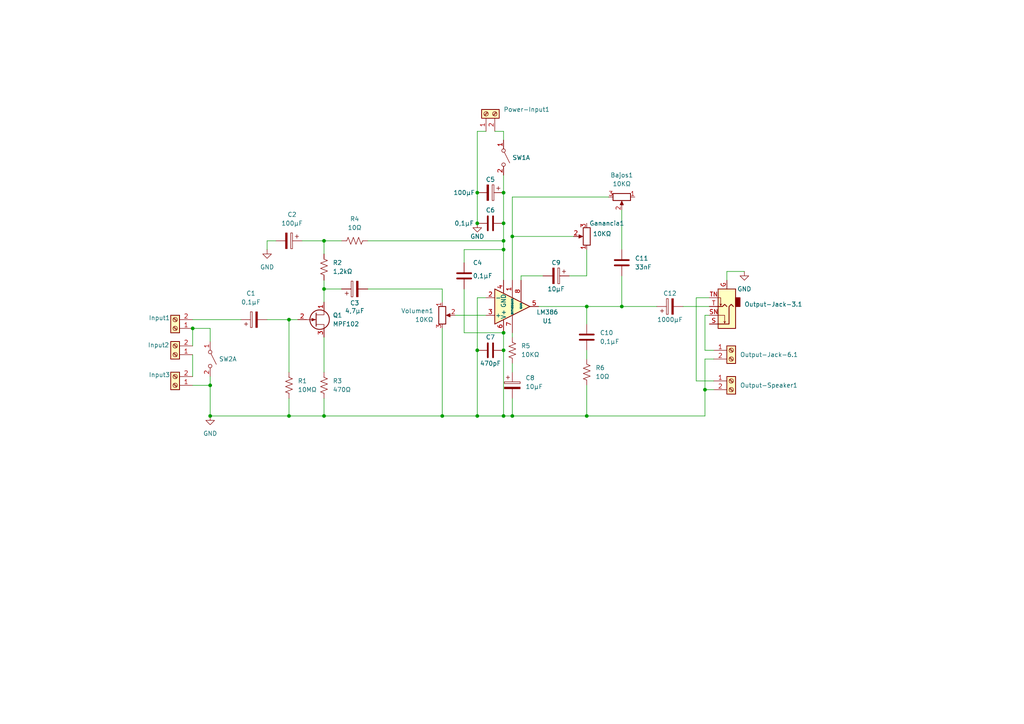
<source format=kicad_sch>
(kicad_sch (version 20231120) (generator "eeschema") (generator_version "8.0")
  (paper "A4")
  (lib_symbols
    (symbol "Amplifier_Audio:LM386" (pin_names (offset 0.127))
      (property "Reference" "U" (at 1.27 7.62 0))
      (property "Value" "LM386" (at 1.27 5.08 0))
      (symbol "LM386_0_1"
        (polyline (pts (xy 5.08 0) (xy -5.08 5.08) (xy -5.08 -5.08) (xy 5.08 0)) (stroke (width 0.254)) (fill (type background)))
      )
      (symbol "LM386_1_1"
        (pin input line (at 0 -7.62 90) (length 5.08) (name "GAIN") (number "1"))
        (pin input line (at -7.62 -2.54 0) (length 2.54) (name "-") (number "2"))
        (pin input line (at -7.62 2.54 0) (length 2.54) (name "+") (number "3"))
        (pin power_in line (at -2.54 -7.62 90) (length 3.81) (name "GND") (number "4"))
        (pin output line (at 7.62 0 180) (length 2.54) (name "~") (number "5"))
        (pin power_in line (at -2.54 7.62 270) (length 3.81) (name "V+") (number "6"))
        (pin input line (at 0 7.62 270) (length 5.08) (name "BYPASS") (number "7"))
        (pin input line (at 2.54 -7.62 90) (length 6.35) (name "GAIN") (number "8"))
      )
    )
    (symbol "Connector:Screw_Terminal_01x02" (pin_names (offset 1.016) hide)
      (property "Reference" "J" (at 0 2.54 0))
      (property "Value" "Screw_Terminal_01x02" (at 0 -5.08 0))
      (symbol "Screw_Terminal_01x02_1_1"
        (rectangle (start -1.27 1.27) (end 1.27 -3.81) (stroke (width 0.254)) (fill (type background)))
        (circle (center 0 -2.54) (radius 0.635) (stroke (width 0.1524)))
        (polyline (pts (xy -0.5334 -2.2098) (xy 0.3302 -3.048)) (stroke (width 0.1524)))
        (polyline (pts (xy -0.5334 0.3302) (xy 0.3302 -0.508)) (stroke (width 0.1524)))
        (polyline (pts (xy -0.3556 -2.032) (xy 0.508 -2.8702)) (stroke (width 0.1524)))
        (polyline (pts (xy -0.3556 0.508) (xy 0.508 -0.3302)) (stroke (width 0.1524)))
        (circle (center 0 0) (radius 0.635) (stroke (width 0.1524)))
        (pin passive line (at -5.08 0 0) (length 3.81) (name "Pin_1") (number "1"))
        (pin passive line (at -5.08 -2.54 0) (length 3.81) (name "Pin_2") (number "2"))
      )
    )
    (symbol "Connector_Audio:AudioJack2_Ground_Switch"
      (property "Reference" "J" (at 0 11.43 0))
      (property "Value" "AudioJack2_Ground_Switch" (at 0 8.89 0))
      (symbol "AudioJack2_Ground_Switch_0_1"
        (rectangle (start -2.54 -2.54) (end -3.81 0) (stroke (width 0.254)) (fill (type outline)))
        (rectangle (start 2.54 6.35) (end -2.54 -5.08) (stroke (width 0.254)) (fill (type background)))
      )
      (symbol "AudioJack2_Ground_Switch_1_1"
        (polyline (pts (xy 0.635 4.826) (xy 0.889 4.318)))
        (polyline (pts (xy 1.778 -0.254) (xy 2.032 -0.762)))
        (polyline (pts (xy 0 0) (xy 0.635 -0.635) (xy 1.27 0) (xy 2.54 0)) (stroke (width 0.254)))
        (polyline (pts (xy 2.54 -2.54) (xy 1.778 -2.54) (xy 1.778 -0.254) (xy 1.524 -0.762)))
        (polyline (pts (xy 2.54 2.54) (xy 0.635 2.54) (xy 0.635 4.826) (xy 0.381 4.318)))
        (polyline (pts (xy 2.54 5.08) (xy -0.635 5.08) (xy -0.635 0) (xy -1.27 -0.635) (xy -1.905 0)) (stroke (width 0.254)))
        (pin passive line (at 0 -7.62 90) (length 2.54) (name "~") (number "G"))
        (pin passive line (at 5.08 5.08 180) (length 2.54) (name "~") (number "S"))
        (pin passive line (at 5.08 2.54 180) (length 2.54) (name "~") (number "SN"))
        (pin passive line (at 5.08 0 180) (length 2.54) (name "~") (number "T"))
        (pin passive line (at 5.08 -2.54 180) (length 2.54) (name "~") (number "TN"))
      )
    )
    (symbol "Device:C" (pin_numbers hide) (pin_names (offset 0.254))
      (property "Reference" "C" (at 0.635 2.54 0))
      (property "Value" "C" (at 0.635 -2.54 0))
      (symbol "C_0_1"
        (polyline (pts (xy -2.032 -0.762) (xy 2.032 -0.762)) (stroke (width 0.508)))
        (polyline (pts (xy -2.032 0.762) (xy 2.032 0.762)) (stroke (width 0.508)))
      )
      (symbol "C_1_1"
        (pin passive line (at 0 3.81 270) (length 2.794) (name "~") (number "1"))
        (pin passive line (at 0 -3.81 90) (length 2.794) (name "~") (number "2"))
      )
    )
    (symbol "Device:C_Polarized" (pin_numbers hide) (pin_names (offset 0.254))
      (property "Reference" "C" (at 0.635 2.54 0))
      (property "Value" "C_Polarized" (at 0.635 -2.54 0))
      (symbol "C_Polarized_0_1"
        (rectangle (start -2.286 0.508) (end 2.286 1.016))
        (polyline (pts (xy -1.778 2.286) (xy -0.762 2.286)))
        (polyline (pts (xy -1.27 2.794) (xy -1.27 1.778)))
        (rectangle (start 2.286 -0.508) (end -2.286 -1.016) (fill (type outline)))
      )
      (symbol "C_Polarized_1_1"
        (pin passive line (at 0 3.81 270) (length 2.794) (name "~") (number "1"))
        (pin passive line (at 0 -3.81 90) (length 2.794) (name "~") (number "2"))
      )
    )
    (symbol "Device:R_Potentiometer" (pin_names (offset 1.016) hide)
      (property "Reference" "RV" (at -4.445 0 90))
      (property "Value" "R_Potentiometer" (at -2.54 0 90))
      (symbol "R_Potentiometer_0_1"
        (polyline (pts (xy 2.54 0) (xy 1.524 0)))
        (polyline (pts (xy 1.143 0) (xy 2.286 0.508) (xy 2.286 -0.508) (xy 1.143 0)) (fill (type outline)))
        (rectangle (start 1.016 2.54) (end -1.016 -2.54) (stroke (width 0.254)))
      )
      (symbol "R_Potentiometer_1_1"
        (pin passive line (at 0 3.81 270) (length 1.27) (name "1") (number "1"))
        (pin passive line (at 3.81 0 180) (length 1.27) (name "2") (number "2"))
        (pin passive line (at 0 -3.81 90) (length 1.27) (name "3") (number "3"))
      )
    )
    (symbol "Device:R_US" (pin_numbers hide) (pin_names (offset 0))
      (property "Reference" "R" (at 2.54 0 90))
      (property "Value" "R_US" (at -2.54 0 90))
      (symbol "R_US_0_1"
        (polyline (pts (xy 0 -2.286) (xy 0 -2.54)))
        (polyline (pts (xy 0 2.286) (xy 0 2.54)))
        (polyline (pts (xy 0 -0.762) (xy 1.016 -1.143) (xy 0 -1.524) (xy -1.016 -1.905) (xy 0 -2.286)))
        (polyline (pts (xy 0 0.762) (xy 1.016 0.381) (xy 0 0) (xy -1.016 -0.381) (xy 0 -0.762)))
        (polyline (pts (xy 0 2.286) (xy 1.016 1.905) (xy 0 1.524) (xy -1.016 1.143) (xy 0 0.762)))
      )
      (symbol "R_US_1_1"
        (pin passive line (at 0 3.81 270) (length 1.27) (name "~") (number "1"))
        (pin passive line (at 0 -3.81 90) (length 1.27) (name "~") (number "2"))
      )
    )
    (symbol "GND_1" (power) (pin_numbers hide) (pin_names (offset 0) hide)
      (property "Value" "GND" (at 0 -3.81 0))
      (symbol "GND_1_0_1"
        (polyline (pts (xy 0 0) (xy 0 -1.27) (xy 1.27 -1.27) (xy 0 -2.54) (xy -1.27 -1.27) (xy 0 -1.27)))
      )
      (symbol "GND_1_1_1"
        (pin power_in line (at 0 0 270) (length 0) (name "~") (number "1"))
      )
    )
    (symbol "Switch:SW_DPST_x2" (pin_names (offset 0) hide)
      (property "Reference" "SW" (at 0 3.175 0))
      (property "Value" "SW_DPST_x2" (at 0 -2.54 0))
      (symbol "SW_DPST_x2_0_0"
        (circle (center -2.032 0) (radius 0.508))
        (polyline (pts (xy -1.524 0.254) (xy 1.524 1.778)))
        (circle (center 2.032 0) (radius 0.508))
      )
      (symbol "SW_DPST_x2_1_1"
        (pin passive line (at -5.08 0 0) (length 2.54) (name "A") (number "1"))
        (pin passive line (at 5.08 0 180) (length 2.54) (name "B") (number "2"))
      )
      (symbol "SW_DPST_x2_2_1"
        (pin passive line (at -5.08 0 0) (length 2.54) (name "A") (number "3"))
        (pin passive line (at 5.08 0 180) (length 2.54) (name "B") (number "4"))
      )
    )
    (symbol "Transistor_FET:2N3819" (pin_names hide)
      (property "Reference" "Q" (at 5.08 1.905 0))
      (property "Value" "2N3819" (at 5.08 0 0))
      (symbol "2N3819_0_1"
        (polyline (pts (xy 0.254 0) (xy -2.54 0)))
        (polyline (pts (xy 0.254 1.905) (xy 0.254 -1.905)) (stroke (width 0.254)))
        (polyline (pts (xy 2.54 -2.54) (xy 2.54 -1.397) (xy 0.254 -1.397)))
        (polyline (pts (xy 2.54 2.54) (xy 2.54 1.397) (xy 0.254 1.397)))
        (polyline (pts (xy 0 0) (xy -1.016 0.381) (xy -1.016 -0.381) (xy 0 0)) (fill (type outline)))
        (circle (center 1.27 0) (radius 2.8194) (stroke (width 0.254)))
      )
      (symbol "2N3819_1_1"
        (pin passive line (at 2.54 5.08 270) (length 2.54) (name "D") (number "1"))
        (pin input line (at -5.08 0 0) (length 2.54) (name "G") (number "2"))
        (pin passive line (at 2.54 -5.08 90) (length 2.54) (name "S") (number "3"))
      )
    )
    (symbol "power:GND" (power) (pin_names (offset 0))
      (property "Value" "GND" (at 0 -3.81 0))
      (symbol "GND_0_1"
        (polyline (pts (xy 0 0) (xy 0 -1.27) (xy 1.27 -1.27) (xy 0 -2.54) (xy -1.27 -1.27) (xy 0 -1.27)))
      )
      (symbol "GND_1_1"
        (pin power_in line (at 0 0 270) (length 0) hide (name "GND") (number "1"))
      )
    )
  )
  (junction (at 204.47 113.03))
  (junction (at 138.43 55.88))
  (junction (at 83.82 120.65))
  (junction (at 180.34 88.9))
  (junction (at 170.18 88.9))
  (junction (at 55.88 95.25))
  (junction (at 170.18 120.65))
  (junction (at 146.05 101.6))
  (junction (at 60.96 111.76))
  (junction (at 93.98 83.82))
  (junction (at 146.05 64.77))
  (junction (at 146.05 72.39))
  (junction (at 60.96 120.65))
  (junction (at 148.59 120.65))
  (junction (at 83.82 92.71))
  (junction (at 138.43 101.6))
  (junction (at 146.05 55.88))
  (junction (at 93.98 69.85))
  (junction (at 138.43 64.77))
  (junction (at 148.59 68.58))
  (junction (at 138.43 120.65))
  (junction (at 146.05 69.85))
  (junction (at 128.27 120.65))
  (junction (at 146.05 120.65))
  (junction (at 146.05 96.52))
  (junction (at 93.98 120.65))
  (wire (pts (xy 204.47 91.44) (xy 205.74 91.44)))
  (wire (pts (xy 204.47 113.03) (xy 207.01 113.03)))
  (wire (pts (xy 180.34 88.9) (xy 190.5 88.9)))
  (wire (pts (xy 151.13 80.01) (xy 157.48 80.01)))
  (wire (pts (xy 170.18 120.65) (xy 204.47 120.65)))
  (wire (pts (xy 83.82 120.65) (xy 93.98 120.65)))
  (wire (pts (xy 140.97 86.36) (xy 138.43 86.36)))
  (wire (pts (xy 134.62 83.82) (xy 134.62 96.52)))
  (wire (pts (xy 148.59 81.28) (xy 148.59 68.58)))
  (wire (pts (xy 106.68 83.82) (xy 128.27 83.82)))
  (wire (pts (xy 93.98 81.28) (xy 93.98 83.82)))
  (wire (pts (xy 198.12 88.9) (xy 205.74 88.9)))
  (wire (pts (xy 55.88 102.87) (xy 55.88 109.22)))
  (wire (pts (xy 148.59 120.65) (xy 146.05 120.65)))
  (wire (pts (xy 204.47 101.6) (xy 204.47 91.44)))
  (wire (pts (xy 60.96 111.76) (xy 60.96 120.65)))
  (wire (pts (xy 87.63 69.85) (xy 93.98 69.85)))
  (wire (pts (xy 170.18 80.01) (xy 165.1 80.01)))
  (wire (pts (xy 80.01 69.85) (xy 77.47 69.85)))
  (wire (pts (xy 143.51 38.1) (xy 146.05 38.1)))
  (wire (pts (xy 128.27 95.25) (xy 128.27 120.65)))
  (wire (pts (xy 55.88 92.71) (xy 69.85 92.71)))
  (wire (pts (xy 201.93 110.49) (xy 207.01 110.49)))
  (wire (pts (xy 148.59 120.65) (xy 148.59 115.57)))
  (wire (pts (xy 146.05 96.52) (xy 146.05 101.6)))
  (wire (pts (xy 93.98 83.82) (xy 99.06 83.82)))
  (wire (pts (xy 138.43 55.88) (xy 138.43 64.77)))
  (wire (pts (xy 156.21 88.9) (xy 170.18 88.9)))
  (wire (pts (xy 132.08 91.44) (xy 140.97 91.44)))
  (wire (pts (xy 134.62 72.39) (xy 134.62 76.2)))
  (wire (pts (xy 148.59 107.95) (xy 148.59 105.41)))
  (wire (pts (xy 146.05 72.39) (xy 134.62 72.39)))
  (wire (pts (xy 204.47 104.14) (xy 204.47 113.03)))
  (wire (pts (xy 170.18 72.39) (xy 170.18 80.01)))
  (wire (pts (xy 83.82 115.57) (xy 83.82 120.65)))
  (wire (pts (xy 204.47 120.65) (xy 204.47 113.03)))
  (wire (pts (xy 170.18 111.76) (xy 170.18 120.65)))
  (wire (pts (xy 138.43 38.1) (xy 138.43 55.88)))
  (wire (pts (xy 201.93 86.36) (xy 201.93 110.49)))
  (wire (pts (xy 55.88 95.25) (xy 55.88 100.33)))
  (wire (pts (xy 146.05 72.39) (xy 146.05 81.28)))
  (wire (pts (xy 210.82 78.74) (xy 215.9 78.74)))
  (wire (pts (xy 148.59 57.15) (xy 176.53 57.15)))
  (wire (pts (xy 93.98 69.85) (xy 93.98 73.66)))
  (wire (pts (xy 83.82 92.71) (xy 86.36 92.71)))
  (wire (pts (xy 170.18 88.9) (xy 180.34 88.9)))
  (wire (pts (xy 60.96 109.22) (xy 60.96 111.76)))
  (wire (pts (xy 151.13 81.28) (xy 151.13 80.01)))
  (wire (pts (xy 93.98 69.85) (xy 99.06 69.85)))
  (wire (pts (xy 93.98 115.57) (xy 93.98 120.65)))
  (wire (pts (xy 146.05 120.65) (xy 138.43 120.65)))
  (wire (pts (xy 93.98 97.79) (xy 93.98 107.95)))
  (wire (pts (xy 83.82 92.71) (xy 83.82 107.95)))
  (wire (pts (xy 170.18 104.14) (xy 170.18 101.6)))
  (wire (pts (xy 93.98 83.82) (xy 93.98 87.63)))
  (wire (pts (xy 207.01 104.14) (xy 204.47 104.14)))
  (wire (pts (xy 210.82 81.28) (xy 210.82 78.74)))
  (wire (pts (xy 170.18 88.9) (xy 170.18 93.98)))
  (wire (pts (xy 180.34 80.01) (xy 180.34 88.9)))
  (wire (pts (xy 55.88 95.25) (xy 60.96 95.25)))
  (wire (pts (xy 106.68 69.85) (xy 146.05 69.85)))
  (wire (pts (xy 140.97 38.1) (xy 138.43 38.1)))
  (wire (pts (xy 146.05 69.85) (xy 146.05 72.39)))
  (wire (pts (xy 146.05 50.8) (xy 146.05 55.88)))
  (wire (pts (xy 138.43 101.6) (xy 138.43 120.65)))
  (wire (pts (xy 128.27 120.65) (xy 138.43 120.65)))
  (wire (pts (xy 128.27 83.82) (xy 128.27 87.63)))
  (wire (pts (xy 93.98 120.65) (xy 128.27 120.65)))
  (wire (pts (xy 77.47 92.71) (xy 83.82 92.71)))
  (wire (pts (xy 60.96 95.25) (xy 60.96 99.06)))
  (wire (pts (xy 170.18 120.65) (xy 148.59 120.65)))
  (wire (pts (xy 146.05 64.77) (xy 146.05 69.85)))
  (wire (pts (xy 60.96 111.76) (xy 55.88 111.76)))
  (wire (pts (xy 148.59 68.58) (xy 166.37 68.58)))
  (wire (pts (xy 148.59 68.58) (xy 148.59 57.15)))
  (wire (pts (xy 77.47 69.85) (xy 77.47 72.39)))
  (wire (pts (xy 205.74 86.36) (xy 201.93 86.36)))
  (wire (pts (xy 180.34 60.96) (xy 180.34 72.39)))
  (wire (pts (xy 60.96 120.65) (xy 83.82 120.65)))
  (wire (pts (xy 138.43 86.36) (xy 138.43 101.6)))
  (wire (pts (xy 148.59 97.79) (xy 148.59 96.52)))
  (wire (pts (xy 146.05 55.88) (xy 146.05 64.77)))
  (wire (pts (xy 146.05 38.1) (xy 146.05 40.64)))
  (wire (pts (xy 146.05 101.6) (xy 146.05 120.65)))
  (wire (pts (xy 207.01 101.6) (xy 204.47 101.6)))
  (wire (pts (xy 134.62 96.52) (xy 146.05 96.52)))
  (symbol (lib_id "Device:R_US") (at 93.98 77.47 0) (unit 1)
    (property "Reference" "R2" (at 96.52 76.1999 0) (effects (justify left)))
    (property "Value" "1,2kΩ" (at 96.52 78.7399 0) (effects (justify left)))
    (property "Footprint" "Resistor_SMD:R_0201_0603Metric" (effects (hide yes)))
    (property "Description" "Resistor, US symbol" (effects (hide yes)))
  )
  (symbol (lib_id "Connector:Screw_Terminal_01x02") (at 50.8 102.87 180) (unit 1)
    (property "Reference" "Input2" (at 45.974 100.076 0))
    (property "Value" "Screw_Terminal_01x02" (effects (hide yes)))
    (property "Footprint" "Connector_Molex:Molex_KK-254_AE-6410-02A_1x02_P2.54mm_Vertical" (effects (hide yes)))
  )
  (symbol (lib_id "Device:C_Polarized") (at 194.31 88.9 90) (unit 1)
    (property "Reference" "C12" (at 194.31 85.09 90))
    (property "Value" "1000µF" (at 194.31 92.71 90))
    (property "Footprint" "Capacitor_SMD:CP_Elec_3x5.3" (effects (hide yes)))
  )
  (symbol (lib_id "power:GND") (at 60.96 120.65 0) (unit 1)
    (property "Reference" "#PWR01" (effects (hide yes)))
    (property "Value" "GND" (at 60.96 125.73 0))
  )
  (symbol (lib_id "Device:R_Potentiometer") (at 170.18 68.58 180) (unit 1)
    (property "Reference" "Ganancia1" (at 170.942 64.77 0) (effects (justify right)))
    (property "Value" "10KΩ" (at 171.958 67.818 0) (effects (justify right)))
    (property "Footprint" "Connector_Molex:Molex_KK-254_AE-6410-03A_1x03_P2.54mm_Vertical" (effects (hide yes)))
    (property "Description" "Potentiometer" (effects (hide yes)))
  )
  (symbol (lib_id "Switch:SW_DPST_x2") (at 146.05 45.72 270) (unit 1)
    (property "Reference" "SW1" (at 148.59 45.7199 90) (effects (justify left)))
    (property "Value" "SW_DPST_x2" (effects (hide yes)))
    (property "Footprint" "Connector_Molex:Molex_KK-254_AE-6410-02A_1x02_P2.54mm_Vertical" (effects (hide yes)))
    (property "Description" "Single Pole Single Throw (SPST) switch, separate symbol" (effects (hide yes)))
  )
  (symbol (lib_id "Device:C") (at 170.18 97.79 0) (unit 1)
    (property "Reference" "C10" (at 173.99 96.52 0) (effects (justify left)))
    (property "Value" "0,1µF" (at 173.99 99.06 0) (effects (justify left)))
    (property "Footprint" "Capacitor_SMD:C_0201_0603Metric" (effects (hide yes)))
  )
  (symbol (lib_id "Device:C_Polarized") (at 142.24 55.88 270) (unit 1)
    (property "Reference" "C5" (at 142.24 52.07 90))
    (property "Value" "100µF" (at 134.62 55.88 90))
    (property "Footprint" "Capacitor_SMD:CP_Elec_3x5.3" (effects (hide yes)))
  )
  (symbol (lib_id "Connector:Screw_Terminal_01x02") (at 50.8 111.76 180) (unit 1)
    (property "Reference" "Input3" (at 46.228 108.712 0))
    (property "Value" "Screw_Terminal_01x02" (effects (hide yes)))
    (property "Footprint" "Connector_Molex:Molex_KK-254_AE-6410-02A_1x02_P2.54mm_Vertical" (effects (hide yes)))
  )
  (symbol (lib_id "Device:C_Polarized") (at 73.66 92.71 90) (unit 1)
    (property "Reference" "C1" (at 72.771 85.09 90))
    (property "Value" "0,1µF" (at 72.771 87.63 90))
    (property "Footprint" "Capacitor_SMD:CP_Elec_3x5.3" (effects (hide yes)))
    (property "Description" "Polarized capacitor" (effects (hide yes)))
  )
  (symbol (lib_id "Connector:Screw_Terminal_01x02") (at 212.09 101.6 0) (unit 1)
    (property "Reference" "Output-Jack-6.1" (at 214.63 102.87 0) (effects (justify left)))
    (property "Value" "Screw_Terminal_01x02" (effects (hide yes)))
    (property "Footprint" "Connector_Molex:Molex_KK-254_AE-6410-02A_1x02_P2.54mm_Vertical" (effects (hide yes)))
  )
  (symbol (lib_id "Device:C") (at 142.24 101.6 270) (unit 1)
    (property "Reference" "C7" (at 142.24 97.79 90))
    (property "Value" "470pF" (at 142.24 105.41 90))
    (property "Footprint" "Capacitor_SMD:C_0201_0603Metric" (effects (hide yes)))
  )
  (symbol (lib_id "Device:C") (at 142.24 64.77 90) (unit 1)
    (property "Reference" "C6" (at 142.24 60.96 90))
    (property "Value" "0,1µF" (at 134.62 64.77 90))
    (property "Footprint" "Capacitor_SMD:C_0201_0603Metric" (effects (hide yes)))
  )
  (symbol (lib_id "Device:C") (at 180.34 76.2 0) (unit 1)
    (property "Reference" "C11" (at 184.15 74.93 0) (effects (justify left)))
    (property "Value" "33nF" (at 184.15 77.47 0) (effects (justify left)))
    (property "Footprint" "Capacitor_SMD:C_0201_0603Metric" (effects (hide yes)))
  )
  (symbol (lib_id "Device:C_Polarized") (at 83.82 69.85 270) (unit 1)
    (property "Reference" "C2" (at 84.709 62.23 90))
    (property "Value" "100µF" (at 84.709 64.77 90))
    (property "Footprint" "Capacitor_SMD:CP_Elec_3x5.3" (effects (hide yes)))
    (property "Description" "Polarized capacitor" (effects (hide yes)))
  )
  (symbol (lib_id "Connector:Screw_Terminal_01x02") (at 50.8 95.25 180) (unit 1)
    (property "Reference" "Input1" (at 46.228 92.202 0))
    (property "Value" "Screw_Terminal_01x02" (effects (hide yes)))
    (property "Footprint" "Connector_Molex:Molex_KK-254_AE-6410-02A_1x02_P2.54mm_Vertical" (effects (hide yes)))
  )
  (symbol (lib_id "Device:R_US") (at 93.98 111.76 0) (unit 1)
    (property "Reference" "R3" (at 96.52 110.4899 0) (effects (justify left)))
    (property "Value" "470Ω" (at 96.52 113.0299 0) (effects (justify left)))
    (property "Footprint" "Resistor_SMD:R_0201_0603Metric" (effects (hide yes)))
    (property "Description" "Resistor, US symbol" (effects (hide yes)))
  )
  (symbol (lib_id "Device:R_Potentiometer") (at 180.34 57.15 270) (unit 1)
    (property "Reference" "Bajos1" (at 180.34 50.8 90))
    (property "Value" "10KΩ" (at 180.34 53.34 90))
    (property "Footprint" "Connector_Molex:Molex_KK-254_AE-6410-03A_1x03_P2.54mm_Vertical" (effects (hide yes)))
    (property "Description" "Potentiometer" (effects (hide yes)))
  )
  (symbol (lib_id "power:GND") (at 138.43 64.77 0) (unit 1)
    (property "Reference" "#PWR03" (effects (hide yes)))
    (property "Value" "GND" (at 138.43 68.58 0))
  )
  (symbol (lib_id "Device:R_US") (at 83.82 111.76 0) (unit 1)
    (property "Reference" "R1" (at 86.36 110.4899 0) (effects (justify left)))
    (property "Value" "10MΩ" (at 86.36 113.0299 0) (effects (justify left)))
    (property "Footprint" "Resistor_SMD:R_0201_0603Metric" (effects (hide yes)))
    (property "Description" "Resistor, US symbol" (effects (hide yes)))
  )
  (symbol (lib_id "power:GND") (at 215.9 78.74 0) (unit 1)
    (property "Reference" "#PWR04" (effects (hide yes)))
    (property "Value" "GND" (at 215.9 83.82 0))
  )
  (symbol (lib_id "Transistor_FET:2N3819") (at 91.44 92.71 0) (unit 1)
    (property "Reference" "Q1" (at 96.52 91.4399 0) (effects (justify left)))
    (property "Value" "MPF102" (at 96.52 93.9799 0) (effects (justify left)))
    (property "Footprint" "Package_TO_SOT_THT:TO-92" (effects (hide yes)))
    (property "Datasheet" "https://my.centralsemi.com/datasheets/2N3819.PDF" (effects (hide yes)))
    (property "Description" "20mA Id, 25V Vgs, N-Channel JFET Transistor, TO-92" (effects (hide yes)))
  )
  (symbol (lib_id "Device:R_US") (at 170.18 107.95 0) (unit 1)
    (property "Reference" "R6" (at 172.72 106.6799 0) (effects (justify left)))
    (property "Value" "10Ω" (at 172.72 109.2199 0) (effects (justify left)))
    (property "Footprint" "Resistor_SMD:R_0201_0603Metric" (effects (hide yes)))
    (property "Description" "Resistor, US symbol" (effects (hide yes)))
  )
  (symbol (lib_id "Device:C") (at 134.62 80.01 0) (unit 1)
    (property "Reference" "C4" (at 137.16 76.2 0) (effects (justify left)))
    (property "Value" "0,1µF" (at 137.16 80.01 0) (effects (justify left)))
    (property "Footprint" "Capacitor_SMD:C_0201_0603Metric" (effects (hide yes)))
  )
  (symbol (lib_id "Device:R_US") (at 148.59 101.6 0) (unit 1)
    (property "Reference" "R5" (at 151.13 100.3299 0) (effects (justify left)))
    (property "Value" "10KΩ" (at 151.13 102.8699 0) (effects (justify left)))
    (property "Footprint" "Resistor_SMD:R_0201_0603Metric" (effects (hide yes)))
    (property "Description" "Resistor, US symbol" (effects (hide yes)))
  )
  (symbol (lib_id "Connector:Screw_Terminal_01x02") (at 212.09 110.49 0) (unit 1)
    (property "Reference" "Output-Speaker1" (at 214.63 111.76 0) (effects (justify left)))
    (property "Value" "Screw_Terminal_01x02" (effects (hide yes)))
    (property "Footprint" "Connector_Molex:Molex_KK-254_AE-6410-02A_1x02_P2.54mm_Vertical" (effects (hide yes)))
  )
  (symbol (lib_id "Device:C_Polarized") (at 102.87 83.82 90) (unit 1)
    (property "Reference" "C3" (at 102.87 87.884 90))
    (property "Value" "4,7µF" (at 102.87 90.17 90))
    (property "Footprint" "Capacitor_SMD:CP_Elec_3x5.3" (effects (hide yes)))
    (property "Description" "Polarized capacitor" (effects (hide yes)))
  )
  (symbol (lib_id "Device:C_Polarized") (at 161.29 80.01 270) (unit 1)
    (property "Reference" "C9" (at 161.29 76.2 90))
    (property "Value" "10µF" (at 161.29 83.82 90))
    (property "Footprint" "Capacitor_SMD:CP_Elec_3x5.3" (effects (hide yes)))
  )
  (symbol (lib_id "Connector_Audio:AudioJack2_Ground_Switch") (at 210.82 88.9 180) (unit 1)
    (property "Reference" "Output-Jack-3.1" (at 215.9 88.265 0) (effects (justify right)))
    (property "Value" "AudioJack2_Ground_Switch" (effects (hide yes)))
    (property "Footprint" "Connector_Molex:Molex_KK-254_AE-6410-05A_1x05_P2.54mm_Vertical" (effects (hide yes)))
  )
  (symbol (lib_id "Device:C_Polarized") (at 148.59 111.76 0) (unit 1)
    (property "Reference" "C8" (at 152.4 109.601 0) (effects (justify left)))
    (property "Value" "10µF" (at 152.4 112.141 0) (effects (justify left)))
    (property "Footprint" "Capacitor_SMD:CP_Elec_3x5.3" (effects (hide yes)))
  )
  (symbol (lib_id "Switch:SW_DPST_x2") (at 60.96 104.14 270) (unit 1)
    (property "Reference" "SW2" (at 63.5 104.1399 90) (effects (justify left)))
    (property "Value" "SW_DPST_x2" (effects (hide yes)))
    (property "Footprint" "Button_Switch_SMD:SW_DIP_SPSTx01_Slide_6.7x4.1mm_W6.73mm_P2.54mm_LowProfile_JPin" (effects (hide yes)))
    (property "Description" "Single Pole Single Throw (SPST) switch, separate symbol" (effects (hide yes)))
  )
  (symbol (lib_id "Device:R_Potentiometer") (at 128.27 91.44 0) (unit 1)
    (property "Reference" "Volumen1" (at 125.73 90.1699 0) (effects (justify right)))
    (property "Value" "10KΩ" (at 125.73 92.7099 0) (effects (justify right)))
    (property "Footprint" "Connector_Molex:Molex_KK-254_AE-6410-03A_1x03_P2.54mm_Vertical" (effects (hide yes)))
    (property "Description" "Potentiometer" (effects (hide yes)))
  )
  (symbol (lib_id "Connector:Screw_Terminal_01x02") (at 140.97 33.02 90) (unit 1)
    (property "Reference" "Power-Input1" (at 146.05 31.75 90) (effects (justify right)))
    (property "Value" "Screw_Terminal_01x02" (effects (hide yes)))
    (property "Footprint" "Connector_Molex:Molex_KK-254_AE-6410-02A_1x02_P2.54mm_Vertical" (effects (hide yes)))
  )
  (symbol (lib_id "Amplifier_Audio:LM386") (at 148.59 88.9 0) (mirror x) (unit 1)
    (property "Reference" "U1" (at 158.75 93.0909 0))
    (property "Value" "LM386" (at 158.75 90.5509 0))
    (property "Footprint" "Package_DIP:DIP-8_W7.62mm_SMDSocket_SmallPads" (effects (hide yes)))
    (property "Datasheet" "http://www.ti.com/lit/ds/symlink/lm386.pdf" (effects (hide yes)))
  )
  (symbol (lib_name "GND_1") (lib_id "power:GND") (at 77.47 72.39 0) (unit 1)
    (property "Reference" "#PWR02" (effects (hide yes)))
    (property "Value" "GND" (at 77.47 77.47 0))
    (property "Description" "Power symbol creates a global label with name \"GND\" , ground" (effects (hide yes)))
  )
  (symbol (lib_id "Device:R_US") (at 102.87 69.85 90) (unit 1)
    (property "Reference" "R4" (at 102.87 63.5 90))
    (property "Value" "10Ω" (at 102.87 66.04 90))
    (property "Footprint" "Resistor_THT:R_Axial_DIN0204_L3.6mm_D1.6mm_P7.62mm_Horizontal" (effects (hide yes)))
    (property "Description" "Resistor, US symbol" (effects (hide yes)))
  )
)
</source>
